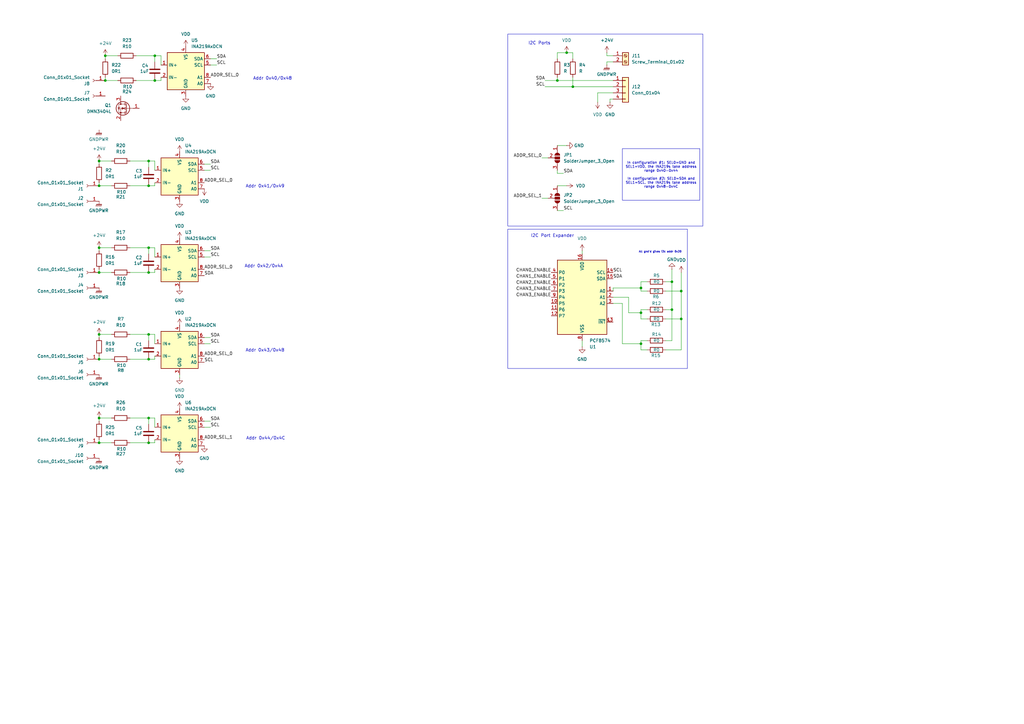
<source format=kicad_sch>
(kicad_sch (version 20231120) (generator "eeschema") (generator_version "8.0")
  (paper "A3")
  (title_block (title "5x USB-C PSU Carrier Board"))
  (lib_symbols
    (symbol "Connector:Conn_01x01_Socket" (pin_names (offset 1.016) hide)
      (property "Reference" "J" (at 0 2.54 0))
      (property "Value" "Conn_01x01_Socket" (at 0 -2.54 0))
      (symbol "Conn_01x01_Socket_1_1"
        (polyline (pts (xy -1.27 0) (xy -0.508 0)) (stroke (width 0.1524)))
        (arc (start 0 0.508) (mid -0.5058 0) (end 0 -0.508) (stroke (width 0.1524)))
        (pin passive line (at -5.08 0 0) (length 3.81) (name "Pin_1") (number "1"))
      )
    )
    (symbol "Connector:Screw_Terminal_01x02" (pin_names (offset 1.016) hide)
      (property "Reference" "J" (at 0 2.54 0))
      (property "Value" "Screw_Terminal_01x02" (at 0 -5.08 0))
      (symbol "Screw_Terminal_01x02_1_1"
        (rectangle (start -1.27 1.27) (end 1.27 -3.81) (stroke (width 0.254)) (fill (type background)))
        (circle (center 0 -2.54) (radius 0.635) (stroke (width 0.1524)))
        (polyline (pts (xy -0.5334 -2.2098) (xy 0.3302 -3.048)) (stroke (width 0.1524)))
        (polyline (pts (xy -0.5334 0.3302) (xy 0.3302 -0.508)) (stroke (width 0.1524)))
        (polyline (pts (xy -0.3556 -2.032) (xy 0.508 -2.8702)) (stroke (width 0.1524)))
        (polyline (pts (xy -0.3556 0.508) (xy 0.508 -0.3302)) (stroke (width 0.1524)))
        (circle (center 0 0) (radius 0.635) (stroke (width 0.1524)))
        (pin passive line (at -5.08 0 0) (length 3.81) (name "Pin_1") (number "1"))
        (pin passive line (at -5.08 -2.54 0) (length 3.81) (name "Pin_2") (number "2"))
      )
    )
    (symbol "Connector_Generic:Conn_01x04" (pin_names (offset 1.016) hide)
      (property "Reference" "J" (at 0 5.08 0))
      (property "Value" "Conn_01x04" (at 0 -7.62 0))
      (symbol "Conn_01x04_1_1"
        (rectangle (start -1.27 -4.953) (end 0 -5.207) (stroke (width 0.1524)))
        (rectangle (start -1.27 -2.413) (end 0 -2.667) (stroke (width 0.1524)))
        (rectangle (start -1.27 0.127) (end 0 -0.127) (stroke (width 0.1524)))
        (rectangle (start -1.27 2.667) (end 0 2.413) (stroke (width 0.1524)))
        (rectangle (start -1.27 3.81) (end 1.27 -6.35) (stroke (width 0.254)) (fill (type background)))
        (pin passive line (at -5.08 2.54 0) (length 3.81) (name "Pin_1") (number "1"))
        (pin passive line (at -5.08 0 0) (length 3.81) (name "Pin_2") (number "2"))
        (pin passive line (at -5.08 -2.54 0) (length 3.81) (name "Pin_3") (number "3"))
        (pin passive line (at -5.08 -5.08 0) (length 3.81) (name "Pin_4") (number "4"))
      )
    )
    (symbol "Device:C" (pin_numbers hide) (pin_names (offset 0.254))
      (property "Reference" "C" (at 0.635 2.54 0))
      (property "Value" "C" (at 0.635 -2.54 0))
      (symbol "C_0_1"
        (polyline (pts (xy -2.032 -0.762) (xy 2.032 -0.762)) (stroke (width 0.508)))
        (polyline (pts (xy -2.032 0.762) (xy 2.032 0.762)) (stroke (width 0.508)))
      )
      (symbol "C_1_1"
        (pin passive line (at 0 3.81 270) (length 2.794) (name "~") (number "1"))
        (pin passive line (at 0 -3.81 90) (length 2.794) (name "~") (number "2"))
      )
    )
    (symbol "Device:R" (pin_numbers hide) (pin_names (offset 0))
      (property "Reference" "R" (at 2.032 0 90))
      (property "Value" "R" (at 0 0 90))
      (symbol "R_0_1"
        (rectangle (start -1.016 -2.54) (end 1.016 2.54) (stroke (width 0.254)))
      )
      (symbol "R_1_1"
        (pin passive line (at 0 3.81 270) (length 1.27) (name "~") (number "1"))
        (pin passive line (at 0 -3.81 90) (length 1.27) (name "~") (number "2"))
      )
    )
    (symbol "Interface_Expansion:PCF8574"
      (property "Reference" "U" (at -8.89 16.51 0))
      (property "Value" "PCF8574" (at 2.54 16.51 0))
      (symbol "PCF8574_0_1"
        (rectangle (start -10.16 15.24) (end 10.16 -15.24) (stroke (width 0.254)) (fill (type background)))
      )
      (symbol "PCF8574_1_1"
        (pin input line (at -12.7 2.54 0) (length 2.54) (name "A0") (number "1"))
        (pin bidirectional line (at 12.7 -2.54 180) (length 2.54) (name "P5") (number "10"))
        (pin bidirectional line (at 12.7 -5.08 180) (length 2.54) (name "P6") (number "11"))
        (pin bidirectional line (at 12.7 -7.62 180) (length 2.54) (name "P7") (number "12"))
        (pin open_collector output_low (at -12.7 -10.16 0) (length 2.54) (name "~{INT}") (number "13"))
        (pin input line (at -12.7 10.16 0) (length 2.54) (name "SCL") (number "14"))
        (pin bidirectional line (at -12.7 7.62 0) (length 2.54) (name "SDA") (number "15"))
        (pin power_in line (at 0 17.78 270) (length 2.54) (name "VDD") (number "16"))
        (pin input line (at -12.7 0 0) (length 2.54) (name "A1") (number "2"))
        (pin input line (at -12.7 -2.54 0) (length 2.54) (name "A2") (number "3"))
        (pin bidirectional line (at 12.7 10.16 180) (length 2.54) (name "P0") (number "4"))
        (pin bidirectional line (at 12.7 7.62 180) (length 2.54) (name "P1") (number "5"))
        (pin bidirectional line (at 12.7 5.08 180) (length 2.54) (name "P2") (number "6"))
        (pin bidirectional line (at 12.7 2.54 180) (length 2.54) (name "P3") (number "7"))
        (pin power_in line (at 0 -17.78 90) (length 2.54) (name "VSS") (number "8"))
        (pin bidirectional line (at 12.7 0 180) (length 2.54) (name "P4") (number "9"))
      )
    )
    (symbol "Jumper:SolderJumper_3_Open" (pin_names (offset 0) hide) (exclude_from_sim yes) (in_bom no)
      (property "Reference" "JP" (at -2.54 -2.54 0))
      (property "Value" "SolderJumper_3_Open" (at 0 2.794 0))
      (symbol "SolderJumper_3_Open_0_1"
        (arc (start -1.016 1.016) (mid -2.0276 0) (end -1.016 -1.016))
        (arc (start -1.016 1.016) (mid -2.0276 0) (end -1.016 -1.016) (fill (type outline)))
        (rectangle (start -0.508 1.016) (end 0.508 -1.016) (fill (type outline)))
        (polyline (pts (xy -2.54 0) (xy -2.032 0)))
        (polyline (pts (xy -1.016 1.016) (xy -1.016 -1.016)))
        (polyline (pts (xy 0 -1.27) (xy 0 -1.016)))
        (polyline (pts (xy 1.016 1.016) (xy 1.016 -1.016)))
        (polyline (pts (xy 2.54 0) (xy 2.032 0)))
        (arc (start 1.016 -1.016) (mid 2.0276 0) (end 1.016 1.016))
        (arc (start 1.016 -1.016) (mid 2.0276 0) (end 1.016 1.016) (fill (type outline)))
      )
      (symbol "SolderJumper_3_Open_1_1"
        (pin passive line (at -5.08 0 0) (length 2.54) (name "A") (number "1"))
        (pin passive line (at 0 -3.81 90) (length 2.54) (name "C") (number "2"))
        (pin passive line (at 5.08 0 180) (length 2.54) (name "B") (number "3"))
      )
    )
    (symbol "Sensor_Energy:INA219AxDCN"
      (property "Reference" "U" (at -6.35 8.89 0))
      (property "Value" "INA219AxDCN" (at 6.35 8.89 0))
      (symbol "INA219AxDCN_0_1"
        (rectangle (start -7.62 7.62) (end 7.62 -7.62) (stroke (width 0.254)) (fill (type background)))
      )
      (symbol "INA219AxDCN_1_1"
        (pin input line (at -10.16 2.54 0) (length 2.54) (name "IN+") (number "1"))
        (pin input line (at -10.16 -2.54 0) (length 2.54) (name "IN-") (number "2"))
        (pin power_in line (at 0 -10.16 90) (length 2.54) (name "GND") (number "3"))
        (pin power_in line (at 0 10.16 270) (length 2.54) (name "VS") (number "4"))
        (pin input line (at 10.16 2.54 180) (length 2.54) (name "SCL") (number "5"))
        (pin bidirectional line (at 10.16 5.08 180) (length 2.54) (name "SDA") (number "6"))
        (pin input line (at 10.16 -5.08 180) (length 2.54) (name "A0") (number "7"))
        (pin input line (at 10.16 -2.54 180) (length 2.54) (name "A1") (number "8"))
      )
    )
    (symbol "Transistor_FET:DMN3404L" (pin_names hide)
      (property "Reference" "Q" (at 5.08 1.905 0))
      (property "Value" "DMN3404L" (at 5.08 0 0))
      (symbol "DMN3404L_0_1"
        (polyline (pts (xy 0.254 0) (xy -2.54 0)))
        (polyline (pts (xy 0.254 1.905) (xy 0.254 -1.905)) (stroke (width 0.254)))
        (polyline (pts (xy 0.762 -1.27) (xy 0.762 -2.286)) (stroke (width 0.254)))
        (polyline (pts (xy 0.762 0.508) (xy 0.762 -0.508)) (stroke (width 0.254)))
        (polyline (pts (xy 0.762 2.286) (xy 0.762 1.27)) (stroke (width 0.254)))
        (polyline (pts (xy 2.54 2.54) (xy 2.54 1.778)))
        (polyline (pts (xy 2.54 -2.54) (xy 2.54 0) (xy 0.762 0)))
        (polyline (pts (xy 0.762 -1.778) (xy 3.302 -1.778) (xy 3.302 1.778) (xy 0.762 1.778)))
        (polyline (pts (xy 1.016 0) (xy 2.032 0.381) (xy 2.032 -0.381) (xy 1.016 0)) (fill (type outline)))
        (polyline (pts (xy 2.794 0.508) (xy 2.921 0.381) (xy 3.683 0.381) (xy 3.81 0.254)))
        (polyline (pts (xy 3.302 0.381) (xy 2.921 -0.254) (xy 3.683 -0.254) (xy 3.302 0.381)))
        (circle (center 1.651 0) (radius 2.794) (stroke (width 0.254)))
        (circle (center 2.54 -1.778) (radius 0.254) (fill (type outline)))
        (circle (center 2.54 1.778) (radius 0.254) (fill (type outline)))
      )
      (symbol "DMN3404L_1_1"
        (pin input line (at -5.08 0 0) (length 2.54) (name "G") (number "1"))
        (pin passive line (at 2.54 -5.08 90) (length 2.54) (name "S") (number "2"))
        (pin passive line (at 2.54 5.08 270) (length 2.54) (name "D") (number "3"))
      )
    )
    (symbol "power:+24V" (power) (pin_numbers hide) (pin_names (offset 0) hide)
      (property "Value" "+24V" (at 0 3.556 0))
      (symbol "+24V_0_1"
        (polyline (pts (xy -0.762 1.27) (xy 0 2.54)))
        (polyline (pts (xy 0 0) (xy 0 2.54)))
        (polyline (pts (xy 0 2.54) (xy 0.762 1.27)))
      )
      (symbol "+24V_1_1"
        (pin power_in line (at 0 0 90) (length 0) (name "~") (number "1"))
      )
    )
    (symbol "power:GND" (power) (pin_numbers hide) (pin_names (offset 0) hide)
      (property "Value" "GND" (at 0 -3.81 0))
      (symbol "GND_0_1"
        (polyline (pts (xy 0 0) (xy 0 -1.27) (xy 1.27 -1.27) (xy 0 -2.54) (xy -1.27 -1.27) (xy 0 -1.27)))
      )
      (symbol "GND_1_1"
        (pin power_in line (at 0 0 270) (length 0) (name "~") (number "1"))
      )
    )
    (symbol "power:GNDPWR" (power) (pin_numbers hide) (pin_names (offset 0) hide)
      (property "Value" "GNDPWR" (at 0 -3.302 0))
      (symbol "GNDPWR_0_1"
        (polyline (pts (xy 0 -1.27) (xy 0 0)))
        (polyline (pts (xy -1.016 -1.27) (xy -1.27 -2.032) (xy -1.27 -2.032)) (stroke (width 0.2032)))
        (polyline (pts (xy -0.508 -1.27) (xy -0.762 -2.032) (xy -0.762 -2.032)) (stroke (width 0.2032)))
        (polyline (pts (xy 0 -1.27) (xy -0.254 -2.032) (xy -0.254 -2.032)) (stroke (width 0.2032)))
        (polyline (pts (xy 0.508 -1.27) (xy 0.254 -2.032) (xy 0.254 -2.032)) (stroke (width 0.2032)))
        (polyline (pts (xy 1.016 -1.27) (xy -1.016 -1.27) (xy -1.016 -1.27)) (stroke (width 0.2032)))
        (polyline (pts (xy 1.016 -1.27) (xy 0.762 -2.032) (xy 0.762 -2.032) (xy 0.762 -2.032)) (stroke (width 0.2032)))
      )
      (symbol "GNDPWR_1_1"
        (pin power_in line (at 0 0 270) (length 0) (name "~") (number "1"))
      )
    )
    (symbol "power:VDD" (power) (pin_numbers hide) (pin_names (offset 0) hide)
      (property "Value" "VDD" (at 0 3.556 0))
      (symbol "VDD_0_1"
        (polyline (pts (xy -0.762 1.27) (xy 0 2.54)))
        (polyline (pts (xy 0 0) (xy 0 2.54)))
        (polyline (pts (xy 0 2.54) (xy 0.762 1.27)))
      )
      (symbol "VDD_1_1"
        (pin power_in line (at 0 0 90) (length 0) (name "~") (number "1"))
      )
    )
  )
  (junction (at 40.64 137.16))
  (junction (at 60.96 101.6))
  (junction (at 228.6 33.02))
  (junction (at 40.64 111.76))
  (junction (at 275.59 115.57))
  (junction (at 63.5 33.02))
  (junction (at 279.4 130.81))
  (junction (at 43.18 22.86))
  (junction (at 275.59 127))
  (junction (at 40.64 147.32))
  (junction (at 43.18 33.02))
  (junction (at 262.89 128.27))
  (junction (at 232.41 21.59))
  (junction (at 60.96 171.45))
  (junction (at 234.95 35.56))
  (junction (at 60.96 76.2))
  (junction (at 40.64 76.2))
  (junction (at 40.64 66.04))
  (junction (at 279.4 119.38))
  (junction (at 63.5 22.86))
  (junction (at 40.64 101.6))
  (junction (at 40.64 181.61))
  (junction (at 60.96 137.16))
  (junction (at 60.96 66.04))
  (junction (at 60.96 147.32))
  (junction (at 262.89 140.97))
  (junction (at 60.96 111.76))
  (junction (at 40.64 171.45))
  (junction (at 262.89 118.11))
  (junction (at 60.96 181.61))
  (wire (pts (xy 255.27 124.46) (xy 255.27 140.97)))
  (wire (pts (xy 86.36 24.13) (xy 88.9 24.13)))
  (wire (pts (xy 63.5 110.49) (xy 63.5 111.76)))
  (wire (pts (xy 245.11 38.1) (xy 251.46 38.1)))
  (wire (pts (xy 279.4 143.51) (xy 273.05 143.51)))
  (wire (pts (xy 63.5 74.93) (xy 63.5 76.2)))
  (wire (pts (xy 262.89 118.11) (xy 262.89 119.38)))
  (wire (pts (xy 53.34 101.6) (xy 60.96 101.6)))
  (wire (pts (xy 63.5 181.61) (xy 60.96 181.61)))
  (wire (pts (xy 55.88 33.02) (xy 63.5 33.02)))
  (wire (pts (xy 60.96 66.04) (xy 63.5 66.04)))
  (wire (pts (xy 48.26 22.86) (xy 43.18 22.86)))
  (wire (pts (xy 228.6 86.36) (xy 231.14 86.36)))
  (wire (pts (xy 40.64 146.05) (xy 40.64 147.32)))
  (wire (pts (xy 66.04 31.75) (xy 66.04 33.02)))
  (wire (pts (xy 262.89 128.27) (xy 257.81 128.27)))
  (wire (pts (xy 83.82 69.85) (xy 86.36 69.85)))
  (wire (pts (xy 40.64 171.45) (xy 40.64 172.72)))
  (wire (pts (xy 275.59 127) (xy 273.05 127)))
  (wire (pts (xy 262.89 115.57) (xy 262.89 118.11)))
  (wire (pts (xy 251.46 40.64) (xy 250.19 40.64)))
  (wire (pts (xy 275.59 127) (xy 275.59 139.7)))
  (wire (pts (xy 262.89 119.38) (xy 265.43 119.38)))
  (wire (pts (xy 279.4 130.81) (xy 279.4 143.51)))
  (wire (pts (xy 250.19 40.64) (xy 250.19 41.91)))
  (wire (pts (xy 63.5 171.45) (xy 63.5 175.26)))
  (wire (pts (xy 86.36 26.67) (xy 88.9 26.67)))
  (wire (pts (xy 53.34 111.76) (xy 60.96 111.76)))
  (wire (pts (xy 63.5 111.76) (xy 60.96 111.76)))
  (wire (pts (xy 238.76 139.7) (xy 238.76 142.24)))
  (wire (pts (xy 275.59 139.7) (xy 273.05 139.7)))
  (wire (pts (xy 255.27 140.97) (xy 262.89 140.97)))
  (wire (pts (xy 53.34 181.61) (xy 60.96 181.61)))
  (wire (pts (xy 53.34 76.2) (xy 60.96 76.2)))
  (wire (pts (xy 262.89 140.97) (xy 262.89 143.51)))
  (wire (pts (xy 60.96 171.45) (xy 60.96 173.99)))
  (wire (pts (xy 45.72 137.16) (xy 40.64 137.16)))
  (wire (pts (xy 228.6 21.59) (xy 232.41 21.59)))
  (wire (pts (xy 228.6 76.2) (xy 232.41 76.2)))
  (wire (pts (xy 248.92 25.4) (xy 251.46 25.4)))
  (wire (pts (xy 223.52 33.02) (xy 228.6 33.02)))
  (wire (pts (xy 279.4 119.38) (xy 279.4 130.81)))
  (wire (pts (xy 275.59 115.57) (xy 273.05 115.57)))
  (wire (pts (xy 55.88 22.86) (xy 63.5 22.86)))
  (wire (pts (xy 45.72 66.04) (xy 40.64 66.04)))
  (wire (pts (xy 40.64 137.16) (xy 40.64 138.43)))
  (wire (pts (xy 63.5 180.34) (xy 63.5 181.61)))
  (wire (pts (xy 262.89 139.7) (xy 265.43 139.7)))
  (wire (pts (xy 63.5 101.6) (xy 63.5 105.41)))
  (wire (pts (xy 262.89 127) (xy 265.43 127)))
  (wire (pts (xy 231.14 71.12) (xy 228.6 71.12)))
  (wire (pts (xy 63.5 22.86) (xy 66.04 22.86)))
  (wire (pts (xy 63.5 147.32) (xy 60.96 147.32)))
  (wire (pts (xy 257.81 128.27) (xy 257.81 121.92)))
  (wire (pts (xy 48.26 33.02) (xy 43.18 33.02)))
  (wire (pts (xy 63.5 76.2) (xy 60.96 76.2)))
  (wire (pts (xy 273.05 119.38) (xy 279.4 119.38)))
  (wire (pts (xy 228.6 31.75) (xy 228.6 33.02)))
  (wire (pts (xy 262.89 139.7) (xy 262.89 140.97)))
  (wire (pts (xy 60.96 137.16) (xy 63.5 137.16)))
  (wire (pts (xy 40.64 101.6) (xy 40.64 102.87)))
  (wire (pts (xy 66.04 22.86) (xy 66.04 26.67)))
  (wire (pts (xy 83.82 138.43) (xy 86.36 138.43)))
  (wire (pts (xy 234.95 35.56) (xy 251.46 35.56)))
  (wire (pts (xy 45.72 171.45) (xy 40.64 171.45)))
  (wire (pts (xy 279.4 111.76) (xy 279.4 119.38)))
  (wire (pts (xy 60.96 101.6) (xy 60.96 104.14)))
  (wire (pts (xy 45.72 181.61) (xy 40.64 181.61)))
  (wire (pts (xy 251.46 22.86) (xy 248.92 22.86)))
  (wire (pts (xy 222.25 81.28) (xy 224.79 81.28)))
  (wire (pts (xy 222.25 64.77) (xy 224.79 64.77)))
  (wire (pts (xy 262.89 130.81) (xy 265.43 130.81)))
  (wire (pts (xy 63.5 22.86) (xy 63.5 25.4)))
  (wire (pts (xy 53.34 171.45) (xy 60.96 171.45)))
  (wire (pts (xy 228.6 33.02) (xy 251.46 33.02)))
  (wire (pts (xy 83.82 102.87) (xy 86.36 102.87)))
  (wire (pts (xy 45.72 111.76) (xy 40.64 111.76)))
  (wire (pts (xy 262.89 127) (xy 262.89 128.27)))
  (wire (pts (xy 63.5 137.16) (xy 63.5 140.97)))
  (wire (pts (xy 60.96 66.04) (xy 60.96 68.58)))
  (wire (pts (xy 245.11 41.91) (xy 245.11 38.1)))
  (wire (pts (xy 73.66 153.67) (xy 73.66 154.94)))
  (wire (pts (xy 275.59 110.49) (xy 275.59 115.57)))
  (wire (pts (xy 228.6 59.69) (xy 232.41 59.69)))
  (wire (pts (xy 262.89 143.51) (xy 265.43 143.51)))
  (wire (pts (xy 43.18 22.86) (xy 43.18 24.13)))
  (wire (pts (xy 45.72 76.2) (xy 40.64 76.2)))
  (wire (pts (xy 40.64 66.04) (xy 40.64 67.31)))
  (wire (pts (xy 275.59 115.57) (xy 275.59 127)))
  (wire (pts (xy 251.46 118.11) (xy 251.46 119.38)))
  (wire (pts (xy 40.64 110.49) (xy 40.64 111.76)))
  (wire (pts (xy 234.95 21.59) (xy 234.95 24.13)))
  (wire (pts (xy 223.52 35.56) (xy 234.95 35.56)))
  (wire (pts (xy 262.89 128.27) (xy 262.89 130.81)))
  (wire (pts (xy 248.92 21.59) (xy 248.92 22.86)))
  (wire (pts (xy 257.81 121.92) (xy 251.46 121.92)))
  (wire (pts (xy 53.34 137.16) (xy 60.96 137.16)))
  (wire (pts (xy 63.5 146.05) (xy 63.5 147.32)))
  (wire (pts (xy 238.76 102.87) (xy 238.76 104.14)))
  (wire (pts (xy 83.82 67.31) (xy 86.36 67.31)))
  (wire (pts (xy 60.96 101.6) (xy 63.5 101.6)))
  (wire (pts (xy 234.95 31.75) (xy 234.95 35.56)))
  (wire (pts (xy 83.82 172.72) (xy 86.36 172.72)))
  (wire (pts (xy 273.05 130.81) (xy 279.4 130.81)))
  (wire (pts (xy 45.72 101.6) (xy 40.64 101.6)))
  (wire (pts (xy 262.89 115.57) (xy 265.43 115.57)))
  (wire (pts (xy 262.89 118.11) (xy 251.46 118.11)))
  (wire (pts (xy 83.82 105.41) (xy 86.36 105.41)))
  (wire (pts (xy 228.6 21.59) (xy 228.6 24.13)))
  (wire (pts (xy 60.96 137.16) (xy 60.96 139.7)))
  (wire (pts (xy 251.46 124.46) (xy 255.27 124.46)))
  (wire (pts (xy 40.64 74.93) (xy 40.64 76.2)))
  (wire (pts (xy 83.82 140.97) (xy 86.36 140.97)))
  (wire (pts (xy 83.82 175.26) (xy 86.36 175.26)))
  (wire (pts (xy 63.5 66.04) (xy 63.5 69.85)))
  (wire (pts (xy 45.72 147.32) (xy 40.64 147.32)))
  (wire (pts (xy 53.34 147.32) (xy 60.96 147.32)))
  (wire (pts (xy 66.04 33.02) (xy 63.5 33.02)))
  (wire (pts (xy 228.6 71.12) (xy 228.6 69.85)))
  (wire (pts (xy 43.18 33.02) (xy 43.18 31.75)))
  (wire (pts (xy 53.34 66.04) (xy 60.96 66.04)))
  (wire (pts (xy 232.41 21.59) (xy 234.95 21.59)))
  (wire (pts (xy 60.96 171.45) (xy 63.5 171.45)))
  (wire (pts (xy 248.92 26.67) (xy 248.92 25.4)))
  (wire (pts (xy 40.64 180.34) (xy 40.64 181.61)))
  (rectangle (start 208.28 93.98) (end 281.94 151.13))
  (rectangle (start 208.28 13.97) (end 288.29 92.71))
  (text_box "In configuration #1: SEL0=GND and SEL1=VDD, the INA219s take address range 0x40-0x44\n\nIn configuration #2: SEL0=SDA and SEL1=SCL, the INA219s take address range 0x48-0x4C" (at 255.27 60.96 0) (size 31.75 21.1625) (effects (font (size 1.016 1.016))))
  (text "Addr 0x41/0x49" (at 108.712 76.454 0) (effects (font (size 1.27 1.27))))
  (text "Addr 0x44/0x4C" (at 108.966 179.832 0) (effects (font (size 1.27 1.27))))
  (text "I2C Ports" (at 221.234 17.78 0) (effects (font (size 1.27 1.27))))
  (text "Addr 0x43/0x4B" (at 108.712 143.764 0) (effects (font (size 1.27 1.27))))
  (text "Addr 0x42/0x4A" (at 108.204 109.22 0) (effects (font (size 1.27 1.27))))
  (text "All gnd'd gives i2c addr 0x20" (at 270.764 103.378 0) (effects (font (size 0.762 0.762))))
  (text "Addr 0x40/0x48" (at 111.76 32.258 0) (effects (font (size 1.27 1.27))))
  (text "I2C Port Expander" (at 226.568 96.774 0) (effects (font (size 1.27 1.27))))
  (label "SCL" (at 88.9 26.67 0))
  (label "SDA" (at 86.36 67.31 0))
  (label "SCL" (at 86.36 105.41 0))
  (label "SDA" (at 223.52 33.02 180))
  (label "SDA" (at 88.9 24.13 0))
  (label "SDA" (at 231.14 71.12 0))
  (label "CHAN2_ENABLE" (at 226.06 116.84 180))
  (label "SDA" (at 83.82 113.03 0))
  (label "SDA" (at 86.36 172.72 0))
  (label "SCL" (at 231.14 86.36 0))
  (label "ADDR_SEL_0" (at 83.82 146.05 0))
  (label "SCL" (at 83.82 148.59 0))
  (label "CHAN3_ENABLE" (at 226.06 119.38 180))
  (label "SCL" (at 223.52 35.56 180))
  (label "SCL" (at 86.36 69.85 0))
  (label "CHAN1_ENABLE" (at 226.06 114.3 180))
  (label "ADDR_SEL_0" (at 83.82 74.93 0))
  (label "SCL" (at 86.36 175.26 0))
  (label "SDA" (at 86.36 138.43 0))
  (label "SCL" (at 86.36 140.97 0))
  (label "ADDR_SEL_1" (at 83.82 180.34 0))
  (label "ADDR_SEL_1" (at 222.25 81.28 180))
  (label "SCL" (at 251.46 111.76 0))
  (label "SDA" (at 251.46 114.3 0))
  (label "ADDR_SEL_0" (at 86.36 31.75 0))
  (label "ADDR_SEL_0" (at 83.82 110.49 0))
  (label "CHAN3_ENABLE" (at 226.06 121.92 180))
  (label "SDA" (at 86.36 102.87 0))
  (label "ADDR_SEL_0" (at 222.25 64.77 180))
  (label "CHAN0_ENABLE" (at 226.06 111.76 180))
  (symbol (lib_id "Device:R") (at 269.24 115.57 90) (unit 1)
    (property "Reference" "R5" (at 269.24 113.03 90))
    (property "Value" "R0" (at 269.24 115.57 90))
    (property "Footprint" "Resistor_SMD:R_0402_1005Metric_Pad0.72x0.64mm_HandSolder" (effects (hide yes)))
    (property "Description" "Resistor" (effects (hide yes)))
  )
  (symbol (lib_id "power:+24V") (at 40.64 66.04 0) (unit 1)
    (property "Reference" "#PWR023" (effects (hide yes)))
    (property "Value" "+24V" (at 40.64 60.96 0))
    (property "Description" "Power symbol creates a global label with name \"+24V\"" (effects (hide yes)))
  )
  (symbol (lib_id "Device:R") (at 49.53 111.76 90) (unit 1)
    (property "Reference" "R18" (at 49.53 116.332 90))
    (property "Value" "R10" (at 49.784 114.3 90))
    (property "Description" "Resistor" (effects (hide yes)))
  )
  (symbol (lib_id "Sensor_Energy:INA219AxDCN") (at 76.2 29.21 0) (unit 1)
    (property "Reference" "U5" (at 78.3941 16.51 0) (effects (justify left)))
    (property "Value" "INA219AxDCN" (at 78.3941 19.05 0) (effects (justify left)))
    (property "Footprint" "Package_TO_SOT_SMD:SOT-23-8" (effects (hide yes)))
    (property "Datasheet" "http://www.ti.com/lit/ds/symlink/ina219.pdf" (effects (hide yes)))
    (property "Description" "Zero-Drift, Bidirectional Current/Power Monitor (0-26V) With I2C Interface, SOT-23-8" (effects (hide yes)))
  )
  (symbol (lib_id "Device:C") (at 60.96 143.51 0) (unit 1)
    (property "Reference" "C1" (at 55.626 141.224 0) (effects (justify left)))
    (property "Value" "1uF" (at 54.864 143.51 0) (effects (justify left)))
    (property "Description" "Unpolarized capacitor" (effects (hide yes)))
  )
  (symbol (lib_id "Connector:Conn_01x01_Socket") (at 35.56 118.11 0) (mirror y) (unit 1)
    (property "Reference" "J4" (at 34.29 116.8399 0) (effects (justify left)))
    (property "Value" "Conn_01x01_Socket" (at 34.29 119.3799 0) (effects (justify left)))
    (property "Footprint" "Connector_Wire:SolderWire-0.5sqmm_1x01_D0.9mm_OD2.1mm" (effects (hide yes)))
    (property "Description" "Generic connector, single row, 01x01, script generated" (effects (hide yes)))
  )
  (symbol (lib_id "Device:R") (at 49.53 171.45 90) (unit 1)
    (property "Reference" "R26" (at 49.53 165.1 90))
    (property "Value" "R10" (at 49.53 167.64 90))
    (property "Description" "Resistor" (effects (hide yes)))
  )
  (symbol (lib_id "Sensor_Energy:INA219AxDCN") (at 73.66 107.95 0) (unit 1)
    (property "Reference" "U3" (at 75.8541 95.25 0) (effects (justify left)))
    (property "Value" "INA219AxDCN" (at 75.8541 97.79 0) (effects (justify left)))
    (property "Footprint" "Package_TO_SOT_SMD:SOT-23-8" (effects (hide yes)))
    (property "Datasheet" "http://www.ti.com/lit/ds/symlink/ina219.pdf" (effects (hide yes)))
    (property "Description" "Zero-Drift, Bidirectional Current/Power Monitor (0-26V) With I2C Interface, SOT-23-8" (effects (hide yes)))
  )
  (symbol (lib_id "Device:R") (at 228.6 27.94 0) (unit 1)
    (property "Reference" "R3" (at 231.14 26.6699 0) (effects (justify left)))
    (property "Value" "R" (at 231.14 29.2099 0) (effects (justify left)))
    (property "Footprint" "Resistor_SMD:R_0402_1005Metric_Pad0.72x0.64mm_HandSolder" (effects (hide yes)))
    (property "Description" "Resistor" (effects (hide yes)))
  )
  (symbol (lib_id "power:GND") (at 73.66 187.96 0) (unit 1)
    (property "Reference" "#PWR017" (effects (hide yes)))
    (property "Value" "GND" (at 73.66 193.04 0))
    (property "Description" "Power symbol creates a global label with name \"GND\" , ground" (effects (hide yes)))
  )
  (symbol (lib_id "Device:C") (at 63.5 29.21 0) (unit 1)
    (property "Reference" "C4" (at 58.166 26.924 0) (effects (justify left)))
    (property "Value" "1uF" (at 57.404 29.21 0) (effects (justify left)))
    (property "Description" "Unpolarized capacitor" (effects (hide yes)))
  )
  (symbol (lib_id "Connector:Conn_01x01_Socket") (at 35.56 82.55 0) (mirror y) (unit 1)
    (property "Reference" "J2" (at 34.29 81.2799 0) (effects (justify left)))
    (property "Value" "Conn_01x01_Socket" (at 34.29 83.8199 0) (effects (justify left)))
    (property "Footprint" "Connector_Wire:SolderWire-0.5sqmm_1x01_D0.9mm_OD2.1mm" (effects (hide yes)))
    (property "Description" "Generic connector, single row, 01x01, script generated" (effects (hide yes)))
  )
  (symbol (lib_id "power:VDD") (at 238.76 102.87 0) (unit 1)
    (property "Reference" "#PWR05" (effects (hide yes)))
    (property "Value" "VDD" (at 238.76 97.79 0))
    (property "Description" "Power symbol creates a global label with name \"VDD\"" (effects (hide yes)))
  )
  (symbol (lib_id "power:GNDPWR") (at 40.64 153.67 0) (unit 1)
    (property "Reference" "#PWR028" (effects (hide yes)))
    (property "Value" "GNDPWR" (at 40.513 157.48 0))
    (property "Description" "Power symbol creates a global label with name \"GNDPWR\" , global ground" (effects (hide yes)))
  )
  (symbol (lib_id "Device:R") (at 269.24 127 90) (unit 1)
    (property "Reference" "R12" (at 269.24 124.46 90))
    (property "Value" "R0" (at 269.24 127 90))
    (property "Footprint" "Resistor_SMD:R_0402_1005Metric_Pad0.72x0.64mm_HandSolder" (effects (hide yes)))
    (property "Description" "Resistor" (effects (hide yes)))
  )
  (symbol (lib_id "Connector:Conn_01x01_Socket") (at 35.56 111.76 180) (unit 1)
    (property "Reference" "J3" (at 34.29 113.0301 0) (effects (justify left)))
    (property "Value" "Conn_01x01_Socket" (at 34.29 110.4901 0) (effects (justify left)))
    (property "Footprint" "Connector_Wire:SolderWire-0.5sqmm_1x01_D0.9mm_OD2.1mm" (effects (hide yes)))
    (property "Description" "Generic connector, single row, 01x01, script generated" (effects (hide yes)))
  )
  (symbol (lib_id "power:GNDPWR") (at 40.64 53.34 0) (unit 1)
    (property "Reference" "#PWR022" (effects (hide yes)))
    (property "Value" "GNDPWR" (at 40.513 57.15 0))
    (property "Description" "Power symbol creates a global label with name \"GNDPWR\" , global ground" (effects (hide yes)))
  )
  (symbol (lib_id "Device:R") (at 49.53 101.6 90) (unit 1)
    (property "Reference" "R17" (at 49.53 95.25 90))
    (property "Value" "R10" (at 49.53 97.79 90))
    (property "Description" "Resistor" (effects (hide yes)))
  )
  (symbol (lib_id "Device:R") (at 269.24 143.51 90) (unit 1)
    (property "Reference" "R15" (at 268.986 145.796 90))
    (property "Value" "R0" (at 269.24 143.51 90))
    (property "Footprint" "Resistor_SMD:R_0402_1005Metric_Pad0.72x0.64mm_HandSolder" (effects (hide yes)))
    (property "Description" "Resistor" (effects (hide yes)))
  )
  (symbol (lib_id "power:GND") (at 275.59 110.49 0) (mirror x) (unit 1)
    (property "Reference" "#PWR010" (effects (hide yes)))
    (property "Value" "GND" (at 275.59 106.426 0))
    (property "Description" "Power symbol creates a global label with name \"GND\" , ground" (effects (hide yes)))
  )
  (symbol (lib_id "power:GNDPWR") (at 248.92 26.67 0) (unit 1)
    (property "Reference" "#PWR033" (effects (hide yes)))
    (property "Value" "GNDPWR" (at 248.793 30.48 0))
    (property "Description" "Power symbol creates a global label with name \"GNDPWR\" , global ground" (effects (hide yes)))
  )
  (symbol (lib_id "power:+24V") (at 40.64 137.16 0) (unit 1)
    (property "Reference" "#PWR027" (effects (hide yes)))
    (property "Value" "+24V" (at 40.64 132.08 0))
    (property "Description" "Power symbol creates a global label with name \"+24V\"" (effects (hide yes)))
  )
  (symbol (lib_id "Device:R") (at 269.24 130.81 90) (unit 1)
    (property "Reference" "R13" (at 268.986 133.096 90))
    (property "Value" "R0" (at 269.24 130.81 90))
    (property "Footprint" "Resistor_SMD:R_0402_1005Metric_Pad0.72x0.64mm_HandSolder" (effects (hide yes)))
    (property "Description" "Resistor" (effects (hide yes)))
  )
  (symbol (lib_id "power:VDD") (at 73.66 133.35 0) (unit 1)
    (property "Reference" "#PWR02" (effects (hide yes)))
    (property "Value" "VDD" (at 73.66 128.27 0))
    (property "Description" "Power symbol creates a global label with name \"VDD\"" (effects (hide yes)))
  )
  (symbol (lib_id "Connector:Conn_01x01_Socket") (at 35.56 76.2 180) (unit 1)
    (property "Reference" "J1" (at 34.29 77.4701 0) (effects (justify left)))
    (property "Value" "Conn_01x01_Socket" (at 34.29 74.9301 0) (effects (justify left)))
    (property "Footprint" "Connector_Wire:SolderWire-0.5sqmm_1x01_D0.9mm_OD2.1mm" (effects (hide yes)))
    (property "Description" "Generic connector, single row, 01x01, script generated" (effects (hide yes)))
  )
  (symbol (lib_id "Connector_Generic:Conn_01x04") (at 256.54 35.56 0) (unit 1)
    (property "Reference" "J12" (at 259.08 35.5599 0) (effects (justify left)))
    (property "Value" "Conn_01x04" (at 259.08 38.0999 0) (effects (justify left)))
    (property "Footprint" "Connector_JST:JST_ZH_B4B-ZR_1x04_P1.50mm_Vertical" (effects (hide yes)))
    (property "Description" "Generic connector, single row, 01x04, script generated (kicad-library-utils/schlib/autogen/connector/)" (effects (hide yes)))
  )
  (symbol (lib_id "Device:C") (at 60.96 107.95 0) (unit 1)
    (property "Reference" "C2" (at 55.626 105.664 0) (effects (justify left)))
    (property "Value" "1uF" (at 54.864 107.95 0) (effects (justify left)))
    (property "Description" "Unpolarized capacitor" (effects (hide yes)))
  )
  (symbol (lib_id "power:GND") (at 86.36 34.29 0) (unit 1)
    (property "Reference" "#PWR018" (effects (hide yes)))
    (property "Value" "GND" (at 86.36 39.37 0))
    (property "Description" "Power symbol creates a global label with name \"GND\" , ground" (effects (hide yes)))
  )
  (symbol (lib_id "Connector:Conn_01x01_Socket") (at 38.1 39.37 0) (mirror y) (unit 1)
    (property "Reference" "J7" (at 36.83 38.0999 0) (effects (justify left)))
    (property "Value" "Conn_01x01_Socket" (at 36.83 40.6399 0) (effects (justify left)))
    (property "Footprint" "Connector_Wire:SolderWire-0.5sqmm_1x01_D0.9mm_OD2.1mm" (effects (hide yes)))
    (property "Description" "Generic connector, single row, 01x01, script generated" (effects (hide yes)))
  )
  (symbol (lib_id "Device:R") (at 49.53 66.04 90) (unit 1)
    (property "Reference" "R20" (at 49.53 59.69 90))
    (property "Value" "R10" (at 49.53 62.23 90))
    (property "Description" "Resistor" (effects (hide yes)))
  )
  (symbol (lib_id "Device:R") (at 49.53 147.32 90) (unit 1)
    (property "Reference" "R8" (at 49.53 151.892 90))
    (property "Value" "R10" (at 49.784 149.86 90))
    (property "Description" "Resistor" (effects (hide yes)))
  )
  (symbol (lib_id "Sensor_Energy:INA219AxDCN") (at 73.66 72.39 0) (unit 1)
    (property "Reference" "U4" (at 75.8541 59.69 0) (effects (justify left)))
    (property "Value" "INA219AxDCN" (at 75.8541 62.23 0) (effects (justify left)))
    (property "Footprint" "Package_TO_SOT_SMD:SOT-23-8" (effects (hide yes)))
    (property "Datasheet" "http://www.ti.com/lit/ds/symlink/ina219.pdf" (effects (hide yes)))
    (property "Description" "Zero-Drift, Bidirectional Current/Power Monitor (0-26V) With I2C Interface, SOT-23-8" (effects (hide yes)))
  )
  (symbol (lib_id "Connector:Conn_01x01_Socket") (at 35.56 187.96 0) (mirror y) (unit 1)
    (property "Reference" "J10" (at 34.29 186.6899 0) (effects (justify left)))
    (property "Value" "Conn_01x01_Socket" (at 34.29 189.2299 0) (effects (justify left)))
    (property "Footprint" "Connector_Wire:SolderWire-0.5sqmm_1x01_D0.9mm_OD2.1mm" (effects (hide yes)))
    (property "Description" "Generic connector, single row, 01x01, script generated" (effects (hide yes)))
  )
  (symbol (lib_id "power:GND") (at 73.66 82.55 0) (unit 1)
    (property "Reference" "#PWR013" (effects (hide yes)))
    (property "Value" "GND" (at 73.66 87.63 0))
    (property "Description" "Power symbol creates a global label with name \"GND\" , ground" (effects (hide yes)))
  )
  (symbol (lib_id "power:GND") (at 76.2 39.37 0) (unit 1)
    (property "Reference" "#PWR015" (effects (hide yes)))
    (property "Value" "GND" (at 76.2 44.45 0))
    (property "Description" "Power symbol creates a global label with name \"GND\" , ground" (effects (hide yes)))
  )
  (symbol (lib_id "Device:R") (at 49.53 181.61 90) (unit 1)
    (property "Reference" "R27" (at 49.53 186.182 90))
    (property "Value" "R10" (at 49.784 184.15 90))
    (property "Description" "Resistor" (effects (hide yes)))
  )
  (symbol (lib_id "power:VDD") (at 232.41 76.2 270) (unit 1)
    (property "Reference" "#PWR08" (effects (hide yes)))
    (property "Value" "VDD" (at 236.22 76.1999 90) (effects (justify left)))
    (property "Description" "Power symbol creates a global label with name \"VDD\"" (effects (hide yes)))
  )
  (symbol (lib_id "power:+24V") (at 40.64 101.6 0) (unit 1)
    (property "Reference" "#PWR025" (effects (hide yes)))
    (property "Value" "+24V" (at 40.64 96.52 0))
    (property "Description" "Power symbol creates a global label with name \"+24V\"" (effects (hide yes)))
  )
  (symbol (lib_id "power:VDD") (at 73.66 167.64 0) (unit 1)
    (property "Reference" "#PWR016" (effects (hide yes)))
    (property "Value" "VDD" (at 73.66 162.56 0))
    (property "Description" "Power symbol creates a global label with name \"VDD\"" (effects (hide yes)))
  )
  (symbol (lib_id "power:GND") (at 250.19 41.91 0) (unit 1)
    (property "Reference" "#PWR031" (effects (hide yes)))
    (property "Value" "GND" (at 250.19 46.99 0))
    (property "Description" "Power symbol creates a global label with name \"GND\" , ground" (effects (hide yes)))
  )
  (symbol (lib_id "Connector:Conn_01x01_Socket") (at 35.56 153.67 0) (mirror y) (unit 1)
    (property "Reference" "J6" (at 34.29 152.3999 0) (effects (justify left)))
    (property "Value" "Conn_01x01_Socket" (at 34.29 154.9399 0) (effects (justify left)))
    (property "Footprint" "Connector_Wire:SolderWire-0.5sqmm_1x01_D0.9mm_OD2.1mm" (effects (hide yes)))
    (property "Description" "Generic connector, single row, 01x01, script generated" (effects (hide yes)))
  )
  (symbol (lib_id "power:VDD") (at 76.2 19.05 0) (unit 1)
    (property "Reference" "#PWR014" (effects (hide yes)))
    (property "Value" "VDD" (at 76.2 13.97 0))
    (property "Description" "Power symbol creates a global label with name \"VDD\"" (effects (hide yes)))
  )
  (symbol (lib_id "power:GNDPWR") (at 40.64 82.55 0) (unit 1)
    (property "Reference" "#PWR024" (effects (hide yes)))
    (property "Value" "GNDPWR" (at 40.513 86.36 0))
    (property "Description" "Power symbol creates a global label with name \"GNDPWR\" , global ground" (effects (hide yes)))
  )
  (symbol (lib_id "Sensor_Energy:INA219AxDCN") (at 73.66 177.8 0) (unit 1)
    (property "Reference" "U6" (at 75.8541 165.1 0) (effects (justify left)))
    (property "Value" "INA219AxDCN" (at 75.8541 167.64 0) (effects (justify left)))
    (property "Footprint" "Package_TO_SOT_SMD:SOT-23-8" (effects (hide yes)))
    (property "Datasheet" "http://www.ti.com/lit/ds/symlink/ina219.pdf" (effects (hide yes)))
    (property "Description" "Zero-Drift, Bidirectional Current/Power Monitor (0-26V) With I2C Interface, SOT-23-8" (effects (hide yes)))
  )
  (symbol (lib_id "power:GND") (at 73.66 118.11 0) (unit 1)
    (property "Reference" "#PWR011" (effects (hide yes)))
    (property "Value" "GND" (at 73.66 123.19 0))
    (property "Description" "Power symbol creates a global label with name \"GND\" , ground" (effects (hide yes)))
  )
  (symbol (lib_id "power:GNDPWR") (at 40.64 187.96 0) (unit 1)
    (property "Reference" "#PWR030" (effects (hide yes)))
    (property "Value" "GNDPWR" (at 40.513 191.77 0))
    (property "Description" "Power symbol creates a global label with name \"GNDPWR\" , global ground" (effects (hide yes)))
  )
  (symbol (lib_id "Device:R") (at 40.64 142.24 0) (unit 1)
    (property "Reference" "R19" (at 43.18 140.9699 0) (effects (justify left)))
    (property "Value" "0R1" (at 43.18 143.5099 0) (effects (justify left)))
    (property "Footprint" "Resistor_SMD:R_1210_3225Metric_Pad1.30x2.65mm_HandSolder" (effects (hide yes)))
    (property "Description" "Resistor" (effects (hide yes)))
  )
  (symbol (lib_id "Connector:Conn_01x01_Socket") (at 35.56 147.32 180) (unit 1)
    (property "Reference" "J5" (at 34.29 148.5901 0) (effects (justify left)))
    (property "Value" "Conn_01x01_Socket" (at 34.29 146.0501 0) (effects (justify left)))
    (property "Footprint" "Connector_Wire:SolderWire-0.5sqmm_1x01_D0.9mm_OD2.1mm" (effects (hide yes)))
    (property "Description" "Generic connector, single row, 01x01, script generated" (effects (hide yes)))
  )
  (symbol (lib_id "Device:R") (at 52.07 33.02 90) (unit 1)
    (property "Reference" "R24" (at 52.07 37.592 90))
    (property "Value" "R10" (at 52.324 35.56 90))
    (property "Description" "Resistor" (effects (hide yes)))
  )
  (symbol (lib_id "Device:R") (at 52.07 22.86 90) (unit 1)
    (property "Reference" "R23" (at 52.07 16.51 90))
    (property "Value" "R10" (at 52.07 19.05 90))
    (property "Description" "Resistor" (effects (hide yes)))
  )
  (symbol (lib_id "Jumper:SolderJumper_3_Open") (at 228.6 64.77 270) (unit 1) (exclude_from_sim yes) (in_bom no)
    (property "Reference" "JP1" (at 231.14 63.4999 90) (effects (justify left)))
    (property "Value" "SolderJumper_3_Open" (at 231.14 66.0399 90) (effects (justify left)))
    (property "Footprint" "Jumper:SolderJumper-3_P1.3mm_Open_RoundedPad1.0x1.5mm_NumberLabels" (effects (hide yes)))
    (property "Description" "Solder Jumper, 3-pole, open" (effects (hide yes)))
  )
  (symbol (lib_id "power:+24V") (at 43.18 22.86 0) (unit 1)
    (property "Reference" "#PWR021" (effects (hide yes)))
    (property "Value" "+24V" (at 43.18 17.78 0))
    (property "Description" "Power symbol creates a global label with name \"+24V\"" (effects (hide yes)))
  )
  (symbol (lib_id "Jumper:SolderJumper_3_Open") (at 228.6 81.28 270) (unit 1) (exclude_from_sim yes) (in_bom no)
    (property "Reference" "JP2" (at 231.14 80.0099 90) (effects (justify left)))
    (property "Value" "SolderJumper_3_Open" (at 231.14 82.5499 90) (effects (justify left)))
    (property "Footprint" "Jumper:SolderJumper-3_P1.3mm_Open_RoundedPad1.0x1.5mm_NumberLabels" (effects (hide yes)))
    (property "Description" "Solder Jumper, 3-pole, open" (effects (hide yes)))
  )
  (symbol (lib_id "power:+24V") (at 248.92 21.59 0) (unit 1)
    (property "Reference" "#PWR034" (effects (hide yes)))
    (property "Value" "+24V" (at 248.92 16.51 0))
    (property "Description" "Power symbol creates a global label with name \"+24V\"" (effects (hide yes)))
  )
  (symbol (lib_id "Device:R") (at 269.24 139.7 90) (unit 1)
    (property "Reference" "R14" (at 269.24 137.16 90))
    (property "Value" "R0" (at 269.24 139.7 90))
    (property "Footprint" "Resistor_SMD:R_0402_1005Metric_Pad0.72x0.64mm_HandSolder" (effects (hide yes)))
    (property "Description" "Resistor" (effects (hide yes)))
  )
  (symbol (lib_id "Connector:Conn_01x01_Socket") (at 35.56 181.61 180) (unit 1)
    (property "Reference" "J9" (at 34.29 182.8801 0) (effects (justify left)))
    (property "Value" "Conn_01x01_Socket" (at 34.29 180.3401 0) (effects (justify left)))
    (property "Footprint" "Connector_Wire:SolderWire-0.5sqmm_1x01_D0.9mm_OD2.1mm" (effects (hide yes)))
    (property "Description" "Generic connector, single row, 01x01, script generated" (effects (hide yes)))
  )
  (symbol (lib_id "Transistor_FET:DMN3404L") (at 52.07 44.45 0) (mirror y) (unit 1)
    (property "Reference" "Q1" (at 45.72 43.1799 0) (effects (justify left)))
    (property "Value" "DMN3404L" (at 45.72 45.7199 0) (effects (justify left)))
    (property "Footprint" "Package_TO_SOT_SMD:SOT-23" (effects (hide yes)))
    (property "Datasheet" "http://www.diodes.com/assets/Datasheets/ds31787.pdf" (effects (hide yes)))
    (property "Description" "5.8A Id, 30V Vds, N-Channel MOSFET, SOT-23" (effects (hide yes)))
  )
  (symbol (lib_id "power:VDD") (at 279.4 111.76 0) (unit 1)
    (property "Reference" "#PWR04" (effects (hide yes)))
    (property "Value" "VDD" (at 279.4 106.68 0))
    (property "Description" "Power symbol creates a global label with name \"VDD\"" (effects (hide yes)))
  )
  (symbol (lib_id "Device:R") (at 40.64 106.68 0) (unit 1)
    (property "Reference" "R16" (at 43.18 105.4099 0) (effects (justify left)))
    (property "Value" "0R1" (at 43.18 107.9499 0) (effects (justify left)))
    (property "Footprint" "Resistor_SMD:R_1210_3225Metric_Pad1.30x2.65mm_HandSolder" (effects (hide yes)))
    (property "Description" "Resistor" (effects (hide yes)))
  )
  (symbol (lib_id "power:VDD") (at 73.66 62.23 0) (unit 1)
    (property "Reference" "#PWR012" (effects (hide yes)))
    (property "Value" "VDD" (at 73.66 57.15 0))
    (property "Description" "Power symbol creates a global label with name \"VDD\"" (effects (hide yes)))
  )
  (symbol (lib_id "power:GNDPWR") (at 40.64 118.11 0) (unit 1)
    (property "Reference" "#PWR026" (effects (hide yes)))
    (property "Value" "GNDPWR" (at 40.513 121.92 0))
    (property "Description" "Power symbol creates a global label with name \"GNDPWR\" , global ground" (effects (hide yes)))
  )
  (symbol (lib_id "Device:R") (at 49.53 137.16 90) (unit 1)
    (property "Reference" "R7" (at 49.53 130.81 90))
    (property "Value" "R10" (at 49.53 133.35 90))
    (property "Description" "Resistor" (effects (hide yes)))
  )
  (symbol (lib_id "power:GND") (at 232.41 59.69 90) (mirror x) (unit 1)
    (property "Reference" "#PWR09" (effects (hide yes)))
    (property "Value" "GND" (at 237.49 59.69 90))
    (property "Description" "Power symbol creates a global label with name \"GND\" , ground" (effects (hide yes)))
  )
  (symbol (lib_id "Device:R") (at 40.64 71.12 0) (unit 1)
    (property "Reference" "R2" (at 43.18 69.8499 0) (effects (justify left)))
    (property "Value" "0R1" (at 43.18 72.3899 0) (effects (justify left)))
    (property "Footprint" "Resistor_SMD:R_1210_3225Metric_Pad1.30x2.65mm_HandSolder" (effects (hide yes)))
    (property "Description" "Resistor" (effects (hide yes)))
  )
  (symbol (lib_id "power:GND") (at 83.82 182.88 0) (unit 1)
    (property "Reference" "#PWR020" (effects (hide yes)))
    (property "Value" "GND" (at 83.82 187.96 0))
    (property "Description" "Power symbol creates a global label with name \"GND\" , ground" (effects (hide yes)))
  )
  (symbol (lib_id "Device:C") (at 60.96 72.39 0) (unit 1)
    (property "Reference" "C3" (at 55.626 70.104 0) (effects (justify left)))
    (property "Value" "1uF" (at 54.864 72.39 0) (effects (justify left)))
    (property "Description" "Unpolarized capacitor" (effects (hide yes)))
  )
  (symbol (lib_id "power:GND") (at 73.66 154.94 0) (unit 1)
    (property "Reference" "#PWR01" (effects (hide yes)))
    (property "Value" "GND" (at 73.66 160.02 0))
    (property "Description" "Power symbol creates a global label with name \"GND\" , ground" (effects (hide yes)))
  )
  (symbol (lib_id "Device:R") (at 40.64 176.53 0) (unit 1)
    (property "Reference" "R25" (at 43.18 175.2599 0) (effects (justify left)))
    (property "Value" "0R1" (at 43.18 177.7999 0) (effects (justify left)))
    (property "Footprint" "Resistor_SMD:R_1210_3225Metric_Pad1.30x2.65mm_HandSolder" (effects (hide yes)))
    (property "Description" "Resistor" (effects (hide yes)))
  )
  (symbol (lib_id "Device:R") (at 49.53 76.2 90) (unit 1)
    (property "Reference" "R21" (at 49.53 80.772 90))
    (property "Value" "R10" (at 49.784 78.74 90))
    (property "Description" "Resistor" (effects (hide yes)))
  )
  (symbol (lib_id "power:VDD") (at 83.82 77.47 0) (mirror x) (unit 1)
    (property "Reference" "#PWR019" (effects (hide yes)))
    (property "Value" "VDD" (at 83.82 82.55 0))
    (property "Description" "Power symbol creates a global label with name \"VDD\"" (effects (hide yes)))
  )
  (symbol (lib_id "Device:R") (at 269.24 119.38 90) (unit 1)
    (property "Reference" "R6" (at 268.986 121.666 90))
    (property "Value" "R0" (at 269.24 119.38 90))
    (property "Footprint" "Resistor_SMD:R_0402_1005Metric_Pad0.72x0.64mm_HandSolder" (effects (hide yes)))
    (property "Description" "Resistor" (effects (hide yes)))
  )
  (symbol (lib_id "Sensor_Energy:INA219AxDCN") (at 73.66 143.51 0) (unit 1)
    (property "Reference" "U2" (at 75.8541 130.81 0) (effects (justify left)))
    (property "Value" "INA219AxDCN" (at 75.8541 133.35 0) (effects (justify left)))
    (property "Footprint" "Package_TO_SOT_SMD:SOT-23-8" (effects (hide yes)))
    (property "Datasheet" "http://www.ti.com/lit/ds/symlink/ina219.pdf" (effects (hide yes)))
    (property "Description" "Zero-Drift, Bidirectional Current/Power Monitor (0-26V) With I2C Interface, SOT-23-8" (effects (hide yes)))
  )
  (symbol (lib_id "Interface_Expansion:PCF8574") (at 238.76 121.92 0) (mirror y) (unit 1)
    (property "Reference" "U1" (at 241.7765 142.24 0) (effects (justify right)))
    (property "Value" "PCF8574" (at 241.7765 139.7 0) (effects (justify right)))
    (property "Footprint" "Package_SO:SOIC-16W_7.5x10.3mm_P1.27mm" (effects (hide yes)))
    (property "Datasheet" "http://www.nxp.com/docs/en/data-sheet/PCF8574_PCF8574A.pdf" (effects (hide yes)))
    (property "Description" "8 Bit Port/Expander to I2C Bus, DIP/SOIC-16" (effects (hide yes)))
  )
  (symbol (lib_id "Device:R") (at 234.95 27.94 0) (unit 1)
    (property "Reference" "R4" (at 237.49 26.6699 0) (effects (justify left)))
    (property "Value" "R" (at 237.49 29.2099 0) (effects (justify left)))
    (property "Footprint" "Resistor_SMD:R_0402_1005Metric_Pad0.72x0.64mm_HandSolder" (effects (hide yes)))
    (property "Description" "Resistor" (effects (hide yes)))
  )
  (symbol (lib_id "Device:C") (at 60.96 177.8 0) (unit 1)
    (property "Reference" "C5" (at 55.626 175.514 0) (effects (justify left)))
    (property "Value" "1uF" (at 54.864 177.8 0) (effects (justify left)))
    (property "Description" "Unpolarized capacitor" (effects (hide yes)))
  )
  (symbol (lib_id "power:VDD") (at 73.66 97.79 0) (unit 1)
    (property "Reference" "#PWR07" (effects (hide yes)))
    (property "Value" "VDD" (at 73.66 92.71 0))
    (property "Description" "Power symbol creates a global label with name \"VDD\"" (effects (hide yes)))
  )
  (symbol (lib_id "power:GND") (at 238.76 142.24 0) (unit 1)
    (property "Reference" "#PWR06" (effects (hide yes)))
    (property "Value" "GND" (at 238.76 147.32 0))
    (property "Description" "Power symbol creates a global label with name \"GND\" , ground" (effects (hide yes)))
  )
  (symbol (lib_id "power:VDD") (at 232.41 21.59 0) (unit 1)
    (property "Reference" "#PWR03" (effects (hide yes)))
    (property "Value" "VDD" (at 232.41 16.51 0))
    (property "Description" "Power symbol creates a global label with name \"VDD\"" (effects (hide yes)))
  )
  (symbol (lib_id "Device:R") (at 43.18 27.94 0) (unit 1)
    (property "Reference" "R22" (at 45.72 26.6699 0) (effects (justify left)))
    (property "Value" "0R1" (at 45.72 29.2099 0) (effects (justify left)))
    (property "Footprint" "Resistor_SMD:R_1210_3225Metric_Pad1.30x2.65mm_HandSolder" (effects (hide yes)))
    (property "Description" "Resistor" (effects (hide yes)))
  )
  (symbol (lib_id "power:+24V") (at 40.64 171.45 0) (unit 1)
    (property "Reference" "#PWR029" (effects (hide yes)))
    (property "Value" "+24V" (at 40.64 166.37 0))
    (property "Description" "Power symbol creates a global label with name \"+24V\"" (effects (hide yes)))
  )
  (symbol (lib_id "Connector:Screw_Terminal_01x02") (at 256.54 22.86 0) (unit 1)
    (property "Reference" "J11" (at 259.08 22.8599 0) (effects (justify left)))
    (property "Value" "Screw_Terminal_01x02" (at 259.08 25.3999 0) (effects (justify left)))
    (property "Footprint" "TerminalBlock_4Ucon:TerminalBlock_4Ucon_1x02_P3.50mm_Horizontal" (effects (hide yes)))
    (property "Description" "Generic screw terminal, single row, 01x02, script generated (kicad-library-utils/schlib/autogen/connector/)" (effects (hide yes)))
  )
  (symbol (lib_id "power:VDD") (at 245.11 41.91 0) (mirror x) (unit 1)
    (property "Reference" "#PWR032" (effects (hide yes)))
    (property "Value" "VDD" (at 245.11 46.99 0))
    (property "Description" "Power symbol creates a global label with name \"VDD\"" (effects (hide yes)))
  )
  (symbol (lib_id "Connector:Conn_01x01_Socket") (at 38.1 33.02 180) (unit 1)
    (property "Reference" "J8" (at 36.83 34.2901 0) (effects (justify left)))
    (property "Value" "Conn_01x01_Socket" (at 36.83 31.7501 0) (effects (justify left)))
    (property "Footprint" "Connector_Wire:SolderWire-0.5sqmm_1x01_D0.9mm_OD2.1mm" (effects (hide yes)))
    (property "Description" "Generic connector, single row, 01x01, script generated" (effects (hide yes)))
  )
)
</source>
